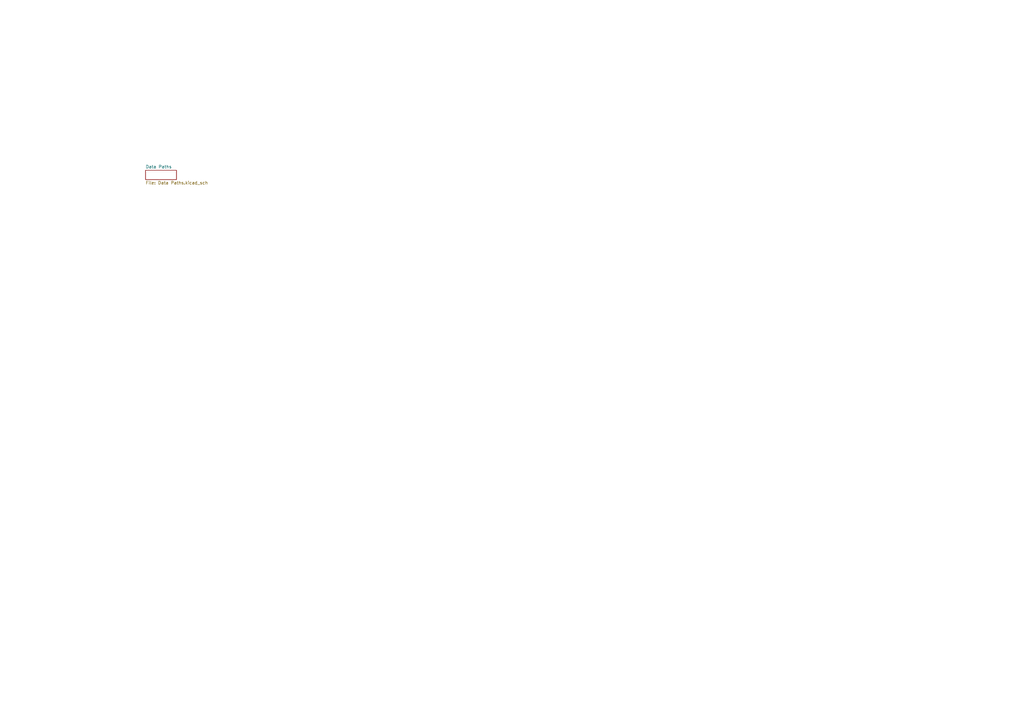
<source format=kicad_sch>
(kicad_sch
	(version 20250114)
	(generator "eeschema")
	(generator_version "9.0")
	(uuid "58603c86-7bd5-4ba1-ab8f-a8884092425e")
	(paper "A3")
	(title_block
		(title "DATAPATHS")
		(date "2025-01-19")
		(rev "1")
		(company "King Technologies")
	)
	(lib_symbols)
	(sheet
		(at 59.69 69.85)
		(size 12.7 3.81)
		(exclude_from_sim no)
		(in_bom yes)
		(on_board yes)
		(dnp no)
		(fields_autoplaced yes)
		(stroke
			(width 0.1524)
			(type solid)
		)
		(fill
			(color 0 0 0 0.0000)
		)
		(uuid "27a40447-fb19-4009-836c-b60a8780a7c0")
		(property "Sheetname" "Data Paths"
			(at 59.69 69.1384 0)
			(effects
				(font
					(size 1.27 1.27)
				)
				(justify left bottom)
			)
		)
		(property "Sheetfile" "Data Paths.kicad_sch"
			(at 59.69 74.2446 0)
			(effects
				(font
					(size 1.27 1.27)
				)
				(justify left top)
			)
		)
		(instances
			(project "PDP 11 45"
				(path "/58603c86-7bd5-4ba1-ab8f-a8884092425e"
					(page "2")
				)
			)
		)
	)
	(sheet_instances
		(path "/"
			(page "1")
		)
	)
	(embedded_fonts no)
)

</source>
